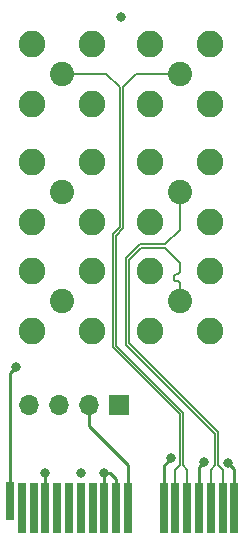
<source format=gbl>
G04 #@! TF.GenerationSoftware,KiCad,Pcbnew,5.1.10*
G04 #@! TF.CreationDate,2021-09-17T19:19:20-07:00*
G04 #@! TF.ProjectId,PCIEX1-SMA,50434945-5831-42d5-934d-412e6b696361,rev?*
G04 #@! TF.SameCoordinates,Original*
G04 #@! TF.FileFunction,Copper,L4,Bot*
G04 #@! TF.FilePolarity,Positive*
%FSLAX46Y46*%
G04 Gerber Fmt 4.6, Leading zero omitted, Abs format (unit mm)*
G04 Created by KiCad (PCBNEW 5.1.10) date 2021-09-17 19:19:20*
%MOMM*%
%LPD*%
G01*
G04 APERTURE LIST*
G04 #@! TA.AperFunction,ComponentPad*
%ADD10R,1.700000X1.700000*%
G04 #@! TD*
G04 #@! TA.AperFunction,ComponentPad*
%ADD11O,1.700000X1.700000*%
G04 #@! TD*
G04 #@! TA.AperFunction,ComponentPad*
%ADD12C,2.050000*%
G04 #@! TD*
G04 #@! TA.AperFunction,ComponentPad*
%ADD13C,2.250000*%
G04 #@! TD*
G04 #@! TA.AperFunction,ConnectorPad*
%ADD14R,0.700000X4.300000*%
G04 #@! TD*
G04 #@! TA.AperFunction,ConnectorPad*
%ADD15R,0.700000X3.200000*%
G04 #@! TD*
G04 #@! TA.AperFunction,ViaPad*
%ADD16C,0.800000*%
G04 #@! TD*
G04 #@! TA.AperFunction,Conductor*
%ADD17C,0.250000*%
G04 #@! TD*
G04 #@! TA.AperFunction,Conductor*
%ADD18C,0.149098*%
G04 #@! TD*
G04 APERTURE END LIST*
D10*
X150350000Y-104300000D03*
D11*
X147810000Y-104300000D03*
X145270000Y-104300000D03*
X142730000Y-104300000D03*
D12*
X155510000Y-76250000D03*
D13*
X158050000Y-78790000D03*
X158050000Y-73710000D03*
X152970000Y-73710000D03*
X152970000Y-78790000D03*
D12*
X155510000Y-95460000D03*
D13*
X158050000Y-98000000D03*
X158050000Y-92920000D03*
X152970000Y-92920000D03*
X152970000Y-98000000D03*
D12*
X145510000Y-76250000D03*
D13*
X148050000Y-78790000D03*
X148050000Y-73710000D03*
X142970000Y-73710000D03*
X142970000Y-78790000D03*
D12*
X155510000Y-86250000D03*
D13*
X158050000Y-88790000D03*
X158050000Y-83710000D03*
X152970000Y-83710000D03*
X152970000Y-88790000D03*
D12*
X145510000Y-86250000D03*
D13*
X148050000Y-88790000D03*
X148050000Y-83710000D03*
X142970000Y-83710000D03*
X142970000Y-88790000D03*
D12*
X145510000Y-95460000D03*
D13*
X148050000Y-98000000D03*
X148050000Y-92920000D03*
X142970000Y-92920000D03*
X142970000Y-98000000D03*
D14*
X155130000Y-112990000D03*
X154130000Y-112990000D03*
X160130000Y-112990000D03*
X159130000Y-112990000D03*
X158130000Y-112990000D03*
X157130000Y-112990000D03*
X156130000Y-112990000D03*
X151130000Y-112990000D03*
X150130000Y-112990000D03*
X149130000Y-112990000D03*
X148130000Y-112990000D03*
X147130000Y-112990000D03*
X146130000Y-112990000D03*
X145130000Y-112990000D03*
X144130000Y-112990000D03*
X143130000Y-112990000D03*
X142130000Y-112990000D03*
D15*
X141130000Y-112440000D03*
D16*
X147140000Y-110040000D03*
X144130000Y-110030000D03*
X154780000Y-108790000D03*
X157550000Y-109150000D03*
X159620000Y-109210000D03*
X149130000Y-110030000D03*
X150510000Y-71490000D03*
X141650000Y-101100000D03*
D17*
X144130000Y-112990000D02*
X144130000Y-110030000D01*
X154130000Y-109440000D02*
X154780000Y-108790000D01*
X154130000Y-112990000D02*
X154130000Y-109440000D01*
X157130000Y-109570000D02*
X157130000Y-112990000D01*
X157550000Y-109150000D02*
X157130000Y-109570000D01*
X160130000Y-109720000D02*
X159620000Y-109210000D01*
X160130000Y-112990000D02*
X160130000Y-109720000D01*
D18*
X155491951Y-109403048D02*
X155491951Y-105087183D01*
X155130000Y-109764999D02*
X155491951Y-109403048D01*
X155130000Y-112990000D02*
X155130000Y-109764999D01*
X149811951Y-89842817D02*
X150411951Y-89242817D01*
X149811951Y-99407183D02*
X149811951Y-89842817D01*
X150411951Y-89242817D02*
X150411951Y-77400000D01*
X155491951Y-105087183D02*
X149811951Y-99407183D01*
X150411951Y-77400000D02*
X149261951Y-76250000D01*
X149261951Y-76250000D02*
X145510000Y-76250000D01*
X155510000Y-95007366D02*
X155510000Y-95460000D01*
X155486072Y-93958401D02*
X155503942Y-94009470D01*
X155419028Y-93874331D02*
X155457286Y-93912589D01*
X155373216Y-93845545D02*
X155419028Y-93874331D01*
X155322147Y-93827675D02*
X155373216Y-93845545D01*
X155510000Y-94063236D02*
X155510000Y-95007366D01*
X155214616Y-93815560D02*
X155322147Y-93827675D01*
X155457286Y-93130646D02*
X155419028Y-93168904D01*
X155117735Y-93768904D02*
X155163547Y-93797690D01*
X155486072Y-93084834D02*
X155457286Y-93130646D01*
X155503942Y-93033765D02*
X155486072Y-93084834D01*
X155079477Y-93312589D02*
X155050691Y-93358401D01*
X155510000Y-92980000D02*
X155503942Y-93033765D01*
X155503942Y-94009470D02*
X155510000Y-94063236D01*
X159130000Y-112990000D02*
X159130000Y-109764999D01*
X155373216Y-93197690D02*
X155322147Y-93215560D01*
X151238049Y-92007183D02*
X152257183Y-90988049D01*
X158768049Y-106622817D02*
X151238049Y-99092817D01*
X151238049Y-99092817D02*
X151238049Y-92007183D01*
X155510000Y-92248049D02*
X155510000Y-92980000D01*
X158768049Y-109403048D02*
X158768049Y-106622817D01*
X155032821Y-93409470D02*
X155026764Y-93463236D01*
X159130000Y-109764999D02*
X158768049Y-109403048D01*
X155419028Y-93168904D02*
X155373216Y-93197690D01*
X155214616Y-93227675D02*
X155163547Y-93245545D01*
X155322147Y-93215560D02*
X155214616Y-93227675D01*
X155163547Y-93245545D02*
X155117735Y-93274331D01*
X155117735Y-93274331D02*
X155079477Y-93312589D01*
X155026764Y-93463236D02*
X155026764Y-93580000D01*
X155457286Y-93912589D02*
X155486072Y-93958401D01*
X152257183Y-90988049D02*
X154250000Y-90988049D01*
X155050691Y-93358401D02*
X155032821Y-93409470D01*
X155026764Y-93580000D02*
X155032821Y-93633765D01*
X154250000Y-90988049D02*
X155510000Y-92248049D01*
X155032821Y-93633765D02*
X155050691Y-93684834D01*
X155050691Y-93684834D02*
X155079477Y-93730646D01*
X155079477Y-93730646D02*
X155117735Y-93768904D01*
X155163547Y-93797690D02*
X155214616Y-93815560D01*
X158130000Y-112990000D02*
X158130000Y-109764999D01*
X158130000Y-109764999D02*
X158491951Y-109403048D01*
X154250000Y-90711951D02*
X155510000Y-89451951D01*
X158491951Y-109403048D02*
X158491951Y-106737183D01*
X158491951Y-106737183D02*
X150961951Y-99207183D01*
X155510000Y-89451951D02*
X155510000Y-86250000D01*
X150961951Y-99207183D02*
X150961951Y-91892817D01*
X150961951Y-91892817D02*
X152142817Y-90711951D01*
X152142817Y-90711951D02*
X154250000Y-90711951D01*
X151838049Y-76250000D02*
X155510000Y-76250000D01*
X150688049Y-77400000D02*
X151838049Y-76250000D01*
X150088049Y-89957183D02*
X150688049Y-89357183D01*
X155768049Y-109403048D02*
X155768049Y-104972817D01*
X156130000Y-112990000D02*
X156130000Y-109764999D01*
X150088049Y-99292817D02*
X150088049Y-89957183D01*
X155768049Y-104972817D02*
X150088049Y-99292817D01*
X150688049Y-89357183D02*
X150688049Y-77400000D01*
X156130000Y-109764999D02*
X155768049Y-109403048D01*
D17*
X147810000Y-104300000D02*
X147810000Y-106060000D01*
X151130000Y-109380000D02*
X151130000Y-112990000D01*
X147810000Y-106060000D02*
X151130000Y-109380000D01*
X149130000Y-112990000D02*
X149130000Y-110030000D01*
X149130000Y-110030000D02*
X149620000Y-110030000D01*
X149620000Y-110030000D02*
X150130000Y-110540000D01*
X150130000Y-112990000D02*
X150130000Y-110540000D01*
X141130000Y-101620000D02*
X141650000Y-101100000D01*
X141130000Y-112440000D02*
X141130000Y-101620000D01*
M02*

</source>
